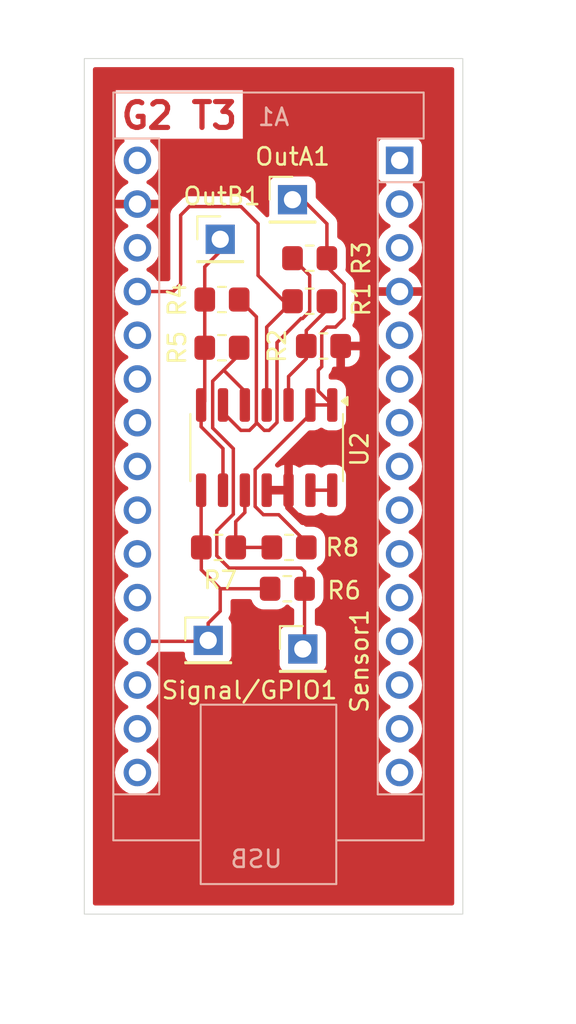
<source format=kicad_pcb>
(kicad_pcb (version 20240108) (generator "pcbnew") (generator_version "8.0")
  (layers (0 "F.Cu" signal) (31 "B.Cu" signal) (34 "B.Paste" user) (35 "F.Paste" user) (36 "B.SilkS" user "B.Silkscreen") (37 "F.SilkS" user "F.Silkscreen") (38 "B.Mask" user) (39 "F.Mask" user) (44 "Edge.Cuts" user))
  (net 0 "")
  (net 14 "GND")
  (net 16 "Vin")
  (net 17 "Net-(A1-A0)")
  (net 30 "Net-(OutA1-Pin_1)")
  (net 31 "Net-(OutB1-Pin_1)")
  (net 32 "Net-(U2A-+)")
  (net 33 "Net-(U2B--)")
  (net 34 "Net-(Sensor1-Pin_1)")
  (net 35 "Net-(U2C-+)")
  (net 36 "Net-(U2D--)")
  (footprint "Connector_PinHeader_2.54mm:PinHeader_1x01_P2.54mm_Vertical" (layer "F.Cu") (at 155 78.1)
    (property "Reference" "OutA1" (at 0 -2.5 0) (layer "F.SilkS"))
    (property "Value" "point test")
    (fp_line (start -1.33 -1.33) (end 0 -1.33) (stroke (width 0.12)) (layer "F.SilkS"))
    (fp_line (start -1.33 0) (end -1.33 -1.33) (stroke (width 0.12)) (layer "F.SilkS"))
    (fp_line (start -1.33 1.27) (end -1.33 1.33) (stroke (width 0.12)) (layer "F.SilkS"))
    (fp_line (start -1.33 1.27) (end 1.33 1.27) (stroke (width 0.12)) (layer "F.SilkS"))
    (fp_line (start -1.33 1.33) (end 1.33 1.33) (stroke (width 0.12)) (layer "F.SilkS"))
    (fp_line (start 1.33 1.27) (end 1.33 1.33) (stroke (width 0.12)) (layer "F.SilkS"))
    (pad "1" thru_hole rect (at 0 0) (size 1.7 1.7) (drill 1) (layers "*.Cu" "*.Mask") (net 30 "Net-(OutA1-Pin_1)"))
  )
  (footprint "Connector_PinHeader_2.54mm:PinHeader_1x01_P2.54mm_Vertical" (layer "F.Cu") (at 150.1 103.7)
    (property "Reference" "Signal/GPIO1" (at 2.4 2.9 0) (layer "F.SilkS"))
    (property "Value" "point test")
    (fp_line (start -1.33 -1.33) (end 0 -1.33) (stroke (width 0.12)) (layer "F.SilkS"))
    (fp_line (start -1.33 0) (end -1.33 -1.33) (stroke (width 0.12)) (layer "F.SilkS"))
    (fp_line (start -1.33 1.27) (end -1.33 1.33) (stroke (width 0.12)) (layer "F.SilkS"))
    (fp_line (start -1.33 1.27) (end 1.33 1.27) (stroke (width 0.12)) (layer "F.SilkS"))
    (fp_line (start -1.33 1.33) (end 1.33 1.33) (stroke (width 0.12)) (layer "F.SilkS"))
    (fp_line (start 1.33 1.27) (end 1.33 1.33) (stroke (width 0.12)) (layer "F.SilkS"))
    (pad "1" thru_hole rect (at 0 0) (size 1.7 1.7) (drill 1) (layers "*.Cu" "*.Mask") (net 17 "Net-(A1-A0)"))
  )
  (footprint "Resistor_SMD:R_0805_2012Metric_Pad1.20x1.40mm_HandSolder" (layer "F.Cu") (at 154.8 98.3 180)
    (property "Reference" "R8" (at -3.1 0 180) (layer "F.SilkS"))
    (property "Value" "10 kohm")
    (fp_line (start -0.227064 0.735) (end 0.227064 0.735) (stroke (width 0.12)) (layer "F.SilkS"))
    (fp_line (start -0.227064 -0.735) (end 0.227064 -0.735) (stroke (width 0.12)) (layer "F.SilkS"))
    (pad "1" smd roundrect (at -1 0 180) (size 1.2 1.4) (layers "F.Cu" "F.Paste" "F.Mask") (roundrect_rratio 0.208333) (net 30 "Net-(OutA1-Pin_1)"))
    (pad "2" smd roundrect (at 1 0 180) (size 1.2 1.4) (layers "F.Cu" "F.Paste" "F.Mask") (roundrect_rratio 0.208333) (net 35 "Net-(U2C-+)"))
  )
  (footprint "Connector_PinHeader_2.54mm:PinHeader_1x01_P2.54mm_Vertical" (layer "F.Cu") (at 155.6 104.2)
    (property "Reference" "Sensor1" (at 3.3 0.7 90) (layer "F.SilkS"))
    (property "Value" "point test")
    (fp_line (start -1.33 -1.33) (end 0 -1.33) (stroke (width 0.12)) (layer "F.SilkS"))
    (fp_line (start -1.33 0) (end -1.33 -1.33) (stroke (width 0.12)) (layer "F.SilkS"))
    (fp_line (start -1.33 1.27) (end -1.33 1.33) (stroke (width 0.12)) (layer "F.SilkS"))
    (fp_line (start -1.33 1.27) (end 1.33 1.27) (stroke (width 0.12)) (layer "F.SilkS"))
    (fp_line (start -1.33 1.33) (end 1.33 1.33) (stroke (width 0.12)) (layer "F.SilkS"))
    (fp_line (start 1.33 1.27) (end 1.33 1.33) (stroke (width 0.12)) (layer "F.SilkS"))
    (pad "1" thru_hole rect (at 0 0) (size 1.7 1.7) (drill 1) (layers "*.Cu" "*.Mask") (net 34 "Net-(Sensor1-Pin_1)"))
  )
  (footprint "Resistor_SMD:R_0805_2012Metric_Pad1.20x1.40mm_HandSolder" (layer "F.Cu") (at 156 84)
    (property "Reference" "R1" (at 3 -0.1 90) (layer "F.SilkS"))
    (property "Value" "10 kohm")
    (fp_line (start -0.227064 -0.735) (end 0.227064 -0.735) (stroke (width 0.12)) (layer "F.SilkS"))
    (fp_line (start -0.227064 0.735) (end 0.227064 0.735) (stroke (width 0.12)) (layer "F.SilkS"))
    (pad "1" smd roundrect (at -1 0) (size 1.2 1.4) (layers "F.Cu" "F.Paste" "F.Mask") (roundrect_rratio 0.208333) (net 16 "Vin"))
    (pad "2" smd roundrect (at 1 0) (size 1.2 1.4) (layers "F.Cu" "F.Paste" "F.Mask") (roundrect_rratio 0.208333) (net 32 "Net-(U2A-+)"))
  )
  (footprint "Package_SO:SOIC-14_3.9x8.7mm_P1.27mm" (layer "F.Cu") (at 153.5 92.5 -90)
    (property "Reference" "U2" (at 0.1 -5.4 -90) (layer "F.SilkS"))
    (property "Value" "ADA4622-4ARZ")
    (fp_line (start 0 4.435) (end -1.95 4.435) (stroke (width 0.12)) (layer "F.SilkS"))
    (fp_line (start 0 4.435) (end 1.95 4.435) (stroke (width 0.12)) (layer "F.SilkS"))
    (fp_line (start 0 -4.435) (end -1.95 -4.435) (stroke (width 0.12)) (layer "F.SilkS"))
    (fp_line (start 0 -4.435) (end 1.95 -4.435) (stroke (width 0.12)) (layer "F.SilkS"))
    (fp_poly (pts (xy -2.7 -4.37) (xy -2.94 -4.7) (xy -2.46 -4.7) (xy -2.7 -4.37)) (stroke (width 0.12)) (fill solid) (layer "F.SilkS"))
    (pad "1" smd roundrect (at -2.475 -3.81 270) (size 1.95 0.6) (layers "F.Cu" "F.Paste" "F.Mask") (net 30 "Net-(OutA1-Pin_1)"))
    (pad "2" smd roundrect (at -2.475 -2.54 270) (size 1.95 0.6) (layers "F.Cu" "F.Paste" "F.Mask") (net 30 "Net-(OutA1-Pin_1)"))
    (pad "3" smd roundrect (at -2.475 -1.27 270) (size 1.95 0.6) (layers "F.Cu" "F.Paste" "F.Mask") (net 32 "Net-(U2A-+)"))
    (pad "4" smd roundrect (at -2.475 0 270) (size 1.95 0.6) (layers "F.Cu" "F.Paste" "F.Mask") (net 16 "Vin"))
    (pad "5" smd roundrect (at -2.475 1.27 270) (size 1.95 0.6) (layers "F.Cu" "F.Paste" "F.Mask") (net 34 "Net-(Sensor1-Pin_1)"))
    (pad "6" smd roundrect (at -2.475 2.54 270) (size 1.95 0.6) (layers "F.Cu" "F.Paste" "F.Mask") (net 33 "Net-(U2B--)"))
    (pad "7" smd roundrect (at -2.475 3.81 270) (size 1.95 0.6) (layers "F.Cu" "F.Paste" "F.Mask") (net 31 "Net-(OutB1-Pin_1)"))
    (pad "8" smd roundrect (at 2.475 3.81 270) (size 1.95 0.6) (layers "F.Cu" "F.Paste" "F.Mask") (net 17 "Net-(A1-A0)"))
    (pad "9" smd roundrect (at 2.475 2.54 270) (size 1.95 0.6) (layers "F.Cu" "F.Paste" "F.Mask") (net 31 "Net-(OutB1-Pin_1)"))
    (pad "10" smd roundrect (at 2.475 1.27 270) (size 1.95 0.6) (layers "F.Cu" "F.Paste" "F.Mask") (net 35 "Net-(U2C-+)"))
    (pad "11" smd roundrect (at 2.475 0 270) (size 1.95 0.6) (layers "F.Cu" "F.Paste" "F.Mask") (net 14 "GND"))
    (pad "12" smd roundrect (at 2.475 -1.27 270) (size 1.95 0.6) (layers "F.Cu" "F.Paste" "F.Mask") (net 14 "GND"))
    (pad "13" smd roundrect (at 2.475 -2.54 270) (size 1.95 0.6) (layers "F.Cu" "F.Paste" "F.Mask") (net 36 "Net-(U2D--)"))
    (pad "14" smd roundrect (at 2.475 -3.81 270) (size 1.95 0.6) (layers "F.Cu" "F.Paste" "F.Mask") (net 36 "Net-(U2D--)"))
  )
  (footprint "Connector_PinHeader_2.54mm:PinHeader_1x01_P2.54mm_Vertical" (layer "F.Cu") (at 150.8 80.4)
    (property "Reference" "OutB1" (at 0.1 -2.5 0) (layer "F.SilkS"))
    (property "Value" "point test")
    (fp_line (start -1.33 -1.33) (end 0 -1.33) (stroke (width 0.12)) (layer "F.SilkS"))
    (fp_line (start -1.33 0) (end -1.33 -1.33) (stroke (width 0.12)) (layer "F.SilkS"))
    (fp_line (start -1.33 1.27) (end -1.33 1.33) (stroke (width 0.12)) (layer "F.SilkS"))
    (fp_line (start -1.33 1.27) (end 1.33 1.27) (stroke (width 0.12)) (layer "F.SilkS"))
    (fp_line (start -1.33 1.33) (end 1.33 1.33) (stroke (width 0.12)) (layer "F.SilkS"))
    (fp_line (start 1.33 1.27) (end 1.33 1.33) (stroke (width 0.12)) (layer "F.SilkS"))
    (pad "1" thru_hole rect (at 0 0) (size 1.7 1.7) (drill 1) (layers "*.Cu" "*.Mask") (net 31 "Net-(OutB1-Pin_1)"))
  )
  (footprint "Resistor_SMD:R_0805_2012Metric_Pad1.20x1.40mm_HandSolder" (layer "F.Cu") (at 150.9 86.7)
    (property "Reference" "R5" (at -2.6 0 90) (layer "F.SilkS"))
    (property "Value" "1 Mohm")
    (fp_line (start -0.227064 -0.735) (end 0.227064 -0.735) (stroke (width 0.12)) (layer "F.SilkS"))
    (fp_line (start -0.227064 0.735) (end 0.227064 0.735) (stroke (width 0.12)) (layer "F.SilkS"))
    (pad "1" smd roundrect (at -1 0) (size 1.2 1.4) (layers "F.Cu" "F.Paste" "F.Mask") (roundrect_rratio 0.208333) (net 31 "Net-(OutB1-Pin_1)"))
    (pad "2" smd roundrect (at 1 0) (size 1.2 1.4) (layers "F.Cu" "F.Paste" "F.Mask") (roundrect_rratio 0.208333) (net 34 "Net-(Sensor1-Pin_1)"))
  )
  (footprint "Resistor_SMD:R_0805_2012Metric_Pad1.20x1.40mm_HandSolder" (layer "F.Cu") (at 154.7 100.7 180)
    (property "Reference" "R6" (at -3.3 -0.1 0) (layer "F.SilkS"))
    (property "Value" "1 Mohm")
    (fp_line (start -0.227064 0.735) (end 0.227064 0.735) (stroke (width 0.12)) (layer "F.SilkS"))
    (fp_line (start -0.227064 -0.735) (end 0.227064 -0.735) (stroke (width 0.12)) (layer "F.SilkS"))
    (pad "1" smd roundrect (at -1 0 180) (size 1.2 1.4) (layers "F.Cu" "F.Paste" "F.Mask") (roundrect_rratio 0.208333) (net 34 "Net-(Sensor1-Pin_1)"))
    (pad "2" smd roundrect (at 1 0 180) (size 1.2 1.4) (layers "F.Cu" "F.Paste" "F.Mask") (roundrect_rratio 0.208333) (net 17 "Net-(A1-A0)"))
  )
  (footprint "Resistor_SMD:R_0805_2012Metric_Pad1.20x1.40mm_HandSolder" (layer "F.Cu") (at 150.7 98.3)
    (property "Reference" "R7" (at 0.1 1.9 0) (layer "F.SilkS"))
    (property "Value" "10 kohm")
    (fp_line (start -0.227064 -0.735) (end 0.227064 -0.735) (stroke (width 0.12)) (layer "F.SilkS"))
    (fp_line (start -0.227064 0.735) (end 0.227064 0.735) (stroke (width 0.12)) (layer "F.SilkS"))
    (pad "1" smd roundrect (at -1 0) (size 1.2 1.4) (layers "F.Cu" "F.Paste" "F.Mask") (roundrect_rratio 0.208333) (net 17 "Net-(A1-A0)"))
    (pad "2" smd roundrect (at 1 0) (size 1.2 1.4) (layers "F.Cu" "F.Paste" "F.Mask") (roundrect_rratio 0.208333) (net 35 "Net-(U2C-+)"))
  )
  (footprint "Resistor_SMD:R_0805_2012Metric_Pad1.20x1.40mm_HandSolder" (layer "F.Cu") (at 156.8 86.6)
    (property "Reference" "R2" (at -2.7 0 90) (layer "F.SilkS"))
    (property "Value" "10 kohm")
    (fp_line (start -0.227064 -0.735) (end 0.227064 -0.735) (stroke (width 0.12)) (layer "F.SilkS"))
    (fp_line (start -0.227064 0.735) (end 0.227064 0.735) (stroke (width 0.12)) (layer "F.SilkS"))
    (pad "1" smd roundrect (at -1 0) (size 1.2 1.4) (layers "F.Cu" "F.Paste" "F.Mask") (roundrect_rratio 0.208333) (net 32 "Net-(U2A-+)"))
    (pad "2" smd roundrect (at 1 0) (size 1.2 1.4) (layers "F.Cu" "F.Paste" "F.Mask") (roundrect_rratio 0.208333) (net 14 "GND"))
  )
  (footprint "Resistor_SMD:R_0805_2012Metric_Pad1.20x1.40mm_HandSolder" (layer "F.Cu") (at 156 81.5)
    (property "Reference" "R3" (at 3 0 90) (layer "F.SilkS"))
    (property "Value" "1 kohm")
    (fp_line (start -0.227064 -0.735) (end 0.227064 -0.735) (stroke (width 0.12)) (layer "F.SilkS"))
    (fp_line (start -0.227064 0.735) (end 0.227064 0.735) (stroke (width 0.12)) (layer "F.SilkS"))
    (pad "1" smd roundrect (at -1 0) (size 1.2 1.4) (layers "F.Cu" "F.Paste" "F.Mask") (roundrect_rratio 0.208333) (net 33 "Net-(U2B--)"))
    (pad "2" smd roundrect (at 1 0) (size 1.2 1.4) (layers "F.Cu" "F.Paste" "F.Mask") (roundrect_rratio 0.208333) (net 30 "Net-(OutA1-Pin_1)"))
  )
  (footprint "Resistor_SMD:R_0805_2012Metric_Pad1.20x1.40mm_HandSolder" (layer "F.Cu") (at 150.9 83.9)
    (property "Reference" "R4" (at -2.6 0 90) (layer "F.SilkS"))
    (property "Value" "1 kohm")
    (fp_line (start -0.227064 -0.735) (end 0.227064 -0.735) (stroke (width 0.12)) (layer "F.SilkS"))
    (fp_line (start -0.227064 0.735) (end 0.227064 0.735) (stroke (width 0.12)) (layer "F.SilkS"))
    (pad "1" smd roundrect (at -1 0) (size 1.2 1.4) (layers "F.Cu" "F.Paste" "F.Mask") (roundrect_rratio 0.208333) (net 31 "Net-(OutB1-Pin_1)"))
    (pad "2" smd roundrect (at 1 0) (size 1.2 1.4) (layers "F.Cu" "F.Paste" "F.Mask") (roundrect_rratio 0.208333) (net 33 "Net-(U2B--)"))
  )
  (footprint "Module:Arduino_Nano" (layer "B.Cu") (at 161.225 75.815 180)
    (property "Reference" "A1" (at 7.325 2.515 0) (layer "B.SilkS") (effects (justify mirror)))
    (property "Value" "Arduino_Nano_v2.x")
    (fp_line (start 16.64 3.94) (end 16.64 -39.5) (stroke (width 0.12)) (layer "B.SilkS"))
    (fp_line (start 16.64 1.27) (end 13.97 1.27) (stroke (width 0.12)) (layer "B.SilkS"))
    (fp_line (start 16.64 -36.83) (end 13.97 -36.83) (stroke (width 0.12)) (layer "B.SilkS"))
    (fp_line (start 13.97 -36.83) (end 13.97 1.27) (stroke (width 0.12)) (layer "B.SilkS"))
    (fp_line (start 11.56 -31.62) (end 3.68 -31.62) (stroke (width 0.12)) (layer "B.SilkS"))
    (fp_line (start 11.56 -39.5) (end 16.64 -39.5) (stroke (width 0.12)) (layer "B.SilkS"))
    (fp_line (start 11.56 -42.04) (end 11.56 -31.62) (stroke (width 0.12)) (layer "B.SilkS"))
    (fp_line (start 3.68 -31.62) (end 3.68 -42.04) (stroke (width 0.12)) (layer "B.SilkS"))
    (fp_line (start 3.68 -39.5) (end -1.4 -39.5) (stroke (width 0.12)) (layer "B.SilkS"))
    (fp_line (start 3.68 -42.04) (end 11.56 -42.04) (stroke (width 0.12)) (layer "B.SilkS"))
    (fp_line (start 1.27 1.27) (end 1.27 -1.27) (stroke (width 0.12)) (layer "B.SilkS"))
    (fp_line (start 1.27 -36.83) (end 1.27 -1.27) (stroke (width 0.12)) (layer "B.SilkS"))
    (fp_line (start -1.4 3.94) (end 16.64 3.94) (stroke (width 0.12)) (layer "B.SilkS"))
    (fp_line (start -1.4 1.27) (end 1.27 1.27) (stroke (width 0.12)) (layer "B.SilkS"))
    (fp_line (start -1.4 1.27) (end -1.4 3.94) (stroke (width 0.12)) (layer "B.SilkS"))
    (fp_line (start -1.4 -1.27) (end 1.27 -1.27) (stroke (width 0.12)) (layer "B.SilkS"))
    (fp_line (start -1.4 -36.83) (end 1.27 -36.83) (stroke (width 0.12)) (layer "B.SilkS"))
    (fp_line (start -1.4 -39.5) (end -1.4 -1.27) (stroke (width 0.12)) (layer "B.SilkS"))
    (fp_text user "USB" (at 8.325 -40.585 0) (layer "B.SilkS") (effects (justify mirror)))
    (pad "1" thru_hole rect (at 0 0 180) (size 1.6 1.6) (drill 1) (layers "*.Cu" "*.Mask"))
    (pad "2" thru_hole oval (at 0 -2.54 180) (size 1.6 1.6) (drill 1) (layers "*.Cu" "*.Mask"))
    (pad "3" thru_hole oval (at 0 -5.08 180) (size 1.6 1.6) (drill 1) (layers "*.Cu" "*.Mask"))
    (pad "4" thru_hole oval (at 0 -7.62 180) (size 1.6 1.6) (drill 1) (layers "*.Cu" "*.Mask") (net 14 "GND"))
    (pad "5" thru_hole oval (at 0 -10.16 180) (size 1.6 1.6) (drill 1) (layers "*.Cu" "*.Mask"))
    (pad "6" thru_hole oval (at 0 -12.7 180) (size 1.6 1.6) (drill 1) (layers "*.Cu" "*.Mask"))
    (pad "7" thru_hole oval (at 0 -15.24 180) (size 1.6 1.6) (drill 1) (layers "*.Cu" "*.Mask"))
    (pad "8" thru_hole oval (at 0 -17.78 180) (size 1.6 1.6) (drill 1) (layers "*.Cu" "*.Mask"))
    (pad "9" thru_hole oval (at 0 -20.32 180) (size 1.6 1.6) (drill 1) (layers "*.Cu" "*.Mask"))
    (pad "10" thru_hole oval (at 0 -22.86 180) (size 1.6 1.6) (drill 1) (layers "*.Cu" "*.Mask"))
    (pad "11" thru_hole oval (at 0 -25.4 180) (size 1.6 1.6) (drill 1) (layers "*.Cu" "*.Mask"))
    (pad "12" thru_hole oval (at 0 -27.94 180) (size 1.6 1.6) (drill 1) (layers "*.Cu" "*.Mask"))
    (pad "13" thru_hole oval (at 0 -30.48 180) (size 1.6 1.6) (drill 1) (layers "*.Cu" "*.Mask"))
    (pad "14" thru_hole oval (at 0 -33.02 180) (size 1.6 1.6) (drill 1) (layers "*.Cu" "*.Mask"))
    (pad "15" thru_hole oval (at 0 -35.56 180) (size 1.6 1.6) (drill 1) (layers "*.Cu" "*.Mask"))
    (pad "16" thru_hole oval (at 15.24 -35.56 180) (size 1.6 1.6) (drill 1) (layers "*.Cu" "*.Mask"))
    (pad "17" thru_hole oval (at 15.24 -33.02 180) (size 1.6 1.6) (drill 1) (layers "*.Cu" "*.Mask"))
    (pad "18" thru_hole oval (at 15.24 -30.48 180) (size 1.6 1.6) (drill 1) (layers "*.Cu" "*.Mask"))
    (pad "19" thru_hole oval (at 15.24 -27.94 180) (size 1.6 1.6) (drill 1) (layers "*.Cu" "*.Mask") (net 17 "Net-(A1-A0)"))
    (pad "20" thru_hole oval (at 15.24 -25.4 180) (size 1.6 1.6) (drill 1) (layers "*.Cu" "*.Mask"))
    (pad "21" thru_hole oval (at 15.24 -22.86 180) (size 1.6 1.6) (drill 1) (layers "*.Cu" "*.Mask"))
    (pad "22" thru_hole oval (at 15.24 -20.32 180) (size 1.6 1.6) (drill 1) (layers "*.Cu" "*.Mask"))
    (pad "23" thru_hole oval (at 15.24 -17.78 180) (size 1.6 1.6) (drill 1) (layers "*.Cu" "*.Mask"))
    (pad "24" thru_hole oval (at 15.24 -15.24 180) (size 1.6 1.6) (drill 1) (layers "*.Cu" "*.Mask"))
    (pad "25" thru_hole oval (at 15.24 -12.7 180) (size 1.6 1.6) (drill 1) (layers "*.Cu" "*.Mask"))
    (pad "26" thru_hole oval (at 15.24 -10.16 180) (size 1.6 1.6) (drill 1) (layers "*.Cu" "*.Mask"))
    (pad "27" thru_hole oval (at 15.24 -7.62 180) (size 1.6 1.6) (drill 1) (layers "*.Cu" "*.Mask") (net 16 "Vin"))
    (pad "28" thru_hole oval (at 15.24 -5.08 180) (size 1.6 1.6) (drill 1) (layers "*.Cu" "*.Mask"))
    (pad "29" thru_hole oval (at 15.24 -2.54 180) (size 1.6 1.6) (drill 1) (layers "*.Cu" "*.Mask") (net 14 "GND"))
    (pad "30" thru_hole oval (at 15.24 0 180) (size 1.6 1.6) (drill 1) (layers "*.Cu" "*.Mask"))
  )
  (gr_rect (start 142.9 69.9) (end 164.9 119.6) (stroke (width 0.05)) (fill none) (layer "Edge.Cuts"))
  (gr_text "G2 T3" (at 144.9 74.1 0) (layer "F.Cu") (effects (font (size 1.5 1.5) (thickness 0.3) (bold yes)) (justify left bottom)))
  (segment (start 158.1 96.8) (end 155.6 96.8) (width 0.4) (layer "F.Cu") (net 14))
  (segment (start 154.77 95.97) (end 154.77 94.975) (width 0.4) (layer "F.Cu") (net 14))
  (segment (start 154.77 93.43) (end 155.2 93) (width 0.4) (layer "F.Cu") (net 14))
  (segment (start 153.5 94.975) (end 154.77 94.975) (width 0.2) (layer "F.Cu") (net 14))
  (segment (start 158.4 88.5) (end 158.5 88.5) (width 0.4) (layer "F.Cu") (net 14))
  (segment (start 157.8 87.9) (end 158.4 88.5) (width 0.4) (layer "F.Cu") (net 14))
  (segment (start 154.77 93.43) (end 154.77 94.975) (width 0.4) (layer "F.Cu") (net 14))
  (segment (start 158.5 88.5) (end 158.7 88.7) (width 0.4) (layer "F.Cu") (net 14))
  (segment (start 155.6 96.8) (end 154.77 95.97) (width 0.4) (layer "F.Cu") (net 14))
  (segment (start 158.7 96.2) (end 158.1 96.8) (width 0.4) (layer "F.Cu") (net 14))
  (segment (start 158.7 88.7) (end 158.7 96.2) (width 0.4) (layer "F.Cu") (net 14))
  (segment (start 154.5 84) (end 155 84) (width 0.2) (layer "F.Cu") (net 16))
  (segment (start 148.5 83) (end 148.5 79) (width 0.2) (layer "F.Cu") (net 16))
  (segment (start 152 78.5) (end 153 79.5) (width 0.2) (layer "F.Cu") (net 16))
  (segment (start 153 82.5) (end 154.5 84) (width 0.2) (layer "F.Cu") (net 16))
  (segment (start 155 84) (end 153.5 85.5) (width 0.2) (layer "F.Cu") (net 16))
  (segment (start 149 78.5) (end 152 78.5) (width 0.2) (layer "F.Cu") (net 16))
  (segment (start 153 79.5) (end 153 82.5) (width 0.2) (layer "F.Cu") (net 16))
  (segment (start 148.5 79) (end 149 78.5) (width 0.2) (layer "F.Cu") (net 16))
  (segment (start 148.065 83.435) (end 148.5 83) (width 0.2) (layer "F.Cu") (net 16))
  (segment (start 145.985 83.435) (end 148.065 83.435) (width 0.2) (layer "F.Cu") (net 16))
  (segment (start 153.5 85.5) (end 153.5 90.025) (width 0.2) (layer "F.Cu") (net 16))
  (segment (start 150.8 100.7) (end 150.8 102) (width 0.2) (layer "F.Cu") (net 17))
  (segment (start 150.045 103.755) (end 150.1 103.7) (width 0.2) (layer "F.Cu") (net 17))
  (segment (start 149.69 98.29) (end 149.7 98.3) (width 0.2) (layer "F.Cu") (net 17))
  (segment (start 149.7 99.6) (end 150.8 100.7) (width 0.2) (layer "F.Cu") (net 17))
  (segment (start 150.1 102.7) (end 150.1 103.7) (width 0.2) (layer "F.Cu") (net 17))
  (segment (start 153.1 100.7) (end 153.7 100.7) (width 0.2) (layer "F.Cu") (net 17))
  (segment (start 149.69 94.975) (end 149.69 98.29) (width 0.2) (layer "F.Cu") (net 17))
  (segment (start 150.8 102) (end 150.1 102.7) (width 0.2) (layer "F.Cu") (net 17))
  (segment (start 145.985 103.755) (end 150.045 103.755) (width 0.2) (layer "F.Cu") (net 17))
  (segment (start 149.7 98.3) (end 149.7 99.6) (width 0.2) (layer "F.Cu") (net 17))
  (segment (start 150.8 100.7) (end 153.7 100.7) (width 0.2) (layer "F.Cu") (net 17))
  (segment (start 157 82) (end 158 83) (width 0.2) (layer "F.Cu") (net 30))
  (segment (start 156.04 90.025) (end 156.04 90.56) (width 0.2) (layer "F.Cu") (net 30))
  (segment (start 156.7 85.8) (end 156.7 87.8) (width 0.2) (layer "F.Cu") (net 30))
  (segment (start 157 81.5) (end 157 82) (width 0.2) (layer "F.Cu") (net 30))
  (segment (start 154.2 96.4) (end 155.8 98) (width 0.2) (layer "F.Cu") (net 30))
  (segment (start 158 83) (end 158 85) (width 0.2) (layer "F.Cu") (net 30))
  (segment (start 156.5 89.215) (end 157.31 90.025) (width 0.2) (layer "F.Cu") (net 30))
  (segment (start 156.7 87.8) (end 156.5 88) (width 0.2) (layer "F.Cu") (net 30))
  (segment (start 152.83 93.77) (end 152.83 95.920552) (width 0.2) (layer "F.Cu") (net 30))
  (segment (start 153.309448 96.4) (end 154.2 96.4) (width 0.2) (layer "F.Cu") (net 30))
  (segment (start 155.8 98) (end 155.8 98.3) (width 0.2) (layer "F.Cu") (net 30))
  (segment (start 157 85.5) (end 156.7 85.8) (width 0.2) (layer "F.Cu") (net 30))
  (segment (start 157.5 85.5) (end 157 85.5) (width 0.2) (layer "F.Cu") (net 30))
  (segment (start 152.83 95.920552) (end 153.309448 96.4) (width 0.2) (layer "F.Cu") (net 30))
  (segment (start 155.6 78.1) (end 157 79.5) (width 0.2) (layer "F.Cu") (net 30))
  (segment (start 156.04 90.56) (end 152.83 93.77) (width 0.2) (layer "F.Cu") (net 30))
  (segment (start 158 85) (end 157.5 85.5) (width 0.2) (layer "F.Cu") (net 30))
  (segment (start 156.5 88) (end 156.5 89.215) (width 0.2) (layer "F.Cu") (net 30))
  (segment (start 155 78.1) (end 155.6 78.1) (width 0.2) (layer "F.Cu") (net 30))
  (segment (start 156.04 90.025) (end 157.31 90.025) (width 0.2) (layer "F.Cu") (net 30))
  (segment (start 157 79.5) (end 157 81.5) (width 0.2) (layer "F.Cu") (net 30))
  (segment (start 149.9 86.7) (end 149.9 89.815) (width 0.2) (layer "F.Cu") (net 31))
  (segment (start 149.69 90.025) (end 149.69 91.29) (width 0.2) (layer "F.Cu") (net 31))
  (segment (start 149.9 83.9) (end 149.9 86.7) (width 0.2) (layer "F.Cu") (net 31))
  (segment (start 150.8 80.4) (end 150.8 81.1) (width 0.2) (layer "F.Cu") (net 31))
  (segment (start 149.9 89.815) (end 149.69 90.025) (width 0.2) (layer "F.Cu") (net 31))
  (segment (start 149.9 82) (end 149.9 83.9) (width 0.2) (layer "F.Cu") (net 31))
  (segment (start 149.69 91.29) (end 150.96 92.56) (width 0.2) (layer "F.Cu") (net 31))
  (segment (start 150.8 81.1) (end 149.9 82) (width 0.2) (layer "F.Cu") (net 31))
  (segment (start 150.96 92.56) (end 150.96 94.975) (width 0.2) (layer "F.Cu") (net 31))
  (segment (start 155.8 86.6) (end 155.8 85.7) (width 0.2) (layer "F.Cu") (net 32))
  (segment (start 155.8 87.34) (end 154.77 88.37) (width 0.2) (layer "F.Cu") (net 32))
  (segment (start 155.8 86.6) (end 155.8 87.34) (width 0.2) (layer "F.Cu") (net 32))
  (segment (start 155.8 85.7) (end 157 84.5) (width 0.2) (layer "F.Cu") (net 32))
  (segment (start 157 84.5) (end 157 84) (width 0.2) (layer "F.Cu") (net 32))
  (segment (start 154.77 88.37) (end 154.77 90.025) (width 0.2) (layer "F.Cu") (net 32))
  (segment (start 153.640552 91.5) (end 153.359448 91.5) (width 0.2) (layer "F.Cu") (net 33))
  (segment (start 156 82.5) (end 156 84.584744) (width 0.2) (layer "F.Cu") (net 33))
  (segment (start 152.9 91.040552) (end 152.9 84.9) (width 0.2) (layer "F.Cu") (net 33))
  (segment (start 154.1 86.4) (end 154.1 91.040552) (width 0.2) (layer "F.Cu") (net 33))
  (segment (start 152.929724 91.070276) (end 152.9 91.040552) (width 0.2) (layer "F.Cu") (net 33))
  (segment (start 152 91.5) (end 150.96 90.46) (width 0.2) (layer "F.Cu") (net 33))
  (segment (start 152.929724 91.070276) (end 152.5 91.5) (width 0.2) (layer "F.Cu") (net 33))
  (segment (start 152.5 91.5) (end 152 91.5) (width 0.2) (layer "F.Cu") (net 33))
  (segment (start 155.5 85) (end 154.1 86.4) (width 0.2) (layer "F.Cu") (net 33))
  (segment (start 155.584744 85) (end 155.5 85) (width 0.2) (layer "F.Cu") (net 33))
  (segment (start 155 81.5) (end 156 82.5) (width 0.2) (layer "F.Cu") (net 33))
  (segment (start 156 84.584744) (end 155.584744 85) (width 0.2) (layer "F.Cu") (net 33))
  (segment (start 150.96 90.46) (end 150.96 90.025) (width 0.2) (layer "F.Cu") (net 33))
  (segment (start 153.359448 91.5) (end 152.929724 91.070276) (width 0.2) (layer "F.Cu") (net 33))
  (segment (start 154.1 91.040552) (end 153.640552 91.5) (width 0.2) (layer "F.Cu") (net 33))
  (segment (start 152.9 84.9) (end 151.9 83.9) (width 0.2) (layer "F.Cu") (net 33))
  (segment (start 150.36 88.64) (end 151 88) (width 0.2) (layer "F.Cu") (net 34))
  (segment (start 155.7 104.1) (end 155.6 104.2) (width 0.2) (layer "F.Cu") (net 34))
  (segment (start 151.9 87.1) (end 151.9 86.7) (width 0.2) (layer "F.Cu") (net 34))
  (segment (start 151 88) (end 151.9 87.1) (width 0.2) (layer "F.Cu") (net 34))
  (segment (start 150.6 98.784744) (end 150.6 97.334315) (width 0.2) (layer "F.Cu") (net 34))
  (segment (start 151.56 92.56) (end 150.36 91.36) (width 0.2) (layer "F.Cu") (net 34))
  (segment (start 150.36 91.36) (end 150.36 88.64) (width 0.2) (layer "F.Cu") (net 34))
  (segment (start 151.315256 99.5) (end 150.6 98.784744) (width 0.2) (layer "F.Cu") (net 34))
  (segment (start 155.5 99.5) (end 151.315256 99.5) (width 0.2) (layer "F.Cu") (net 34))
  (segment (start 155.7 100.7) (end 155.7 99.7) (width 0.2) (layer "F.Cu") (net 34))
  (segment (start 155.7 99.7) (end 155.5 99.5) (width 0.2) (layer "F.Cu") (net 34))
  (segment (start 151.56 96.374315) (end 151.56 92.56) (width 0.2) (layer "F.Cu") (net 34))
  (segment (start 155.7 100.7) (end 155.7 104.1) (width 0.2) (layer "F.Cu") (net 34))
  (segment (start 151 88) (end 152.23 89.23) (width 0.2) (layer "F.Cu") (net 34))
  (segment (start 152.23 89.23) (end 152.23 90.025) (width 0.2) (layer "F.Cu") (net 34))
  (segment (start 150.6 97.334315) (end 151.56 96.374315) (width 0.2) (layer "F.Cu") (net 34))
  (segment (start 151.7 96.8) (end 151.7 98.3) (width 0.2) (layer "F.Cu") (net 35))
  (segment (start 153.8 98.3) (end 151.7 98.3) (width 0.2) (layer "F.Cu") (net 35))
  (segment (start 152.23 98.27) (end 152.2 98.3) (width 0.2) (layer "F.Cu") (net 35))
  (segment (start 151.7 96.8) (end 152.23 96.27) (width 0.2) (layer "F.Cu") (net 35))
  (segment (start 152.23 96.27) (end 152.23 94.975) (width 0.2) (layer "F.Cu") (net 35))
  (segment (start 156.04 94.975) (end 157.31 94.975) (width 0.2) (layer "F.Cu") (net 36))
  (zone (net 14) (net_name "GND") (layer "F.Cu") (connect_pads (clearance 0.5)) (min_thickness 0.25) (fill yes (thermal_gap 0.5) (thermal_bridge_width 0.5))
    (polygon (pts (xy 138.5 67) (xy 171 66.5) (xy 171.5 126) (xy 138 125) (xy 139 67)))
  )
)
</source>
